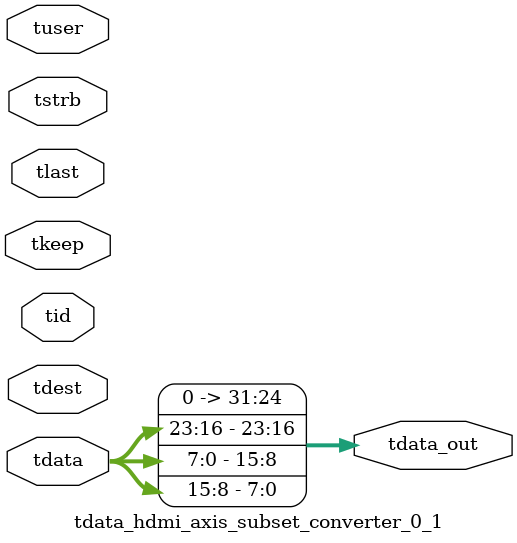
<source format=v>


`timescale 1ps/1ps

module tdata_hdmi_axis_subset_converter_0_1 #
(
parameter C_S_AXIS_TDATA_WIDTH = 32,
parameter C_S_AXIS_TUSER_WIDTH = 0,
parameter C_S_AXIS_TID_WIDTH   = 0,
parameter C_S_AXIS_TDEST_WIDTH = 0,
parameter C_M_AXIS_TDATA_WIDTH = 32
)
(
input  [(C_S_AXIS_TDATA_WIDTH == 0 ? 1 : C_S_AXIS_TDATA_WIDTH)-1:0     ] tdata,
input  [(C_S_AXIS_TUSER_WIDTH == 0 ? 1 : C_S_AXIS_TUSER_WIDTH)-1:0     ] tuser,
input  [(C_S_AXIS_TID_WIDTH   == 0 ? 1 : C_S_AXIS_TID_WIDTH)-1:0       ] tid,
input  [(C_S_AXIS_TDEST_WIDTH == 0 ? 1 : C_S_AXIS_TDEST_WIDTH)-1:0     ] tdest,
input  [(C_S_AXIS_TDATA_WIDTH/8)-1:0 ] tkeep,
input  [(C_S_AXIS_TDATA_WIDTH/8)-1:0 ] tstrb,
input                                                                    tlast,
output [C_M_AXIS_TDATA_WIDTH-1:0] tdata_out
);

assign tdata_out = {tdata[23:16],tdata[7:0],tdata[15:8]};

endmodule


</source>
